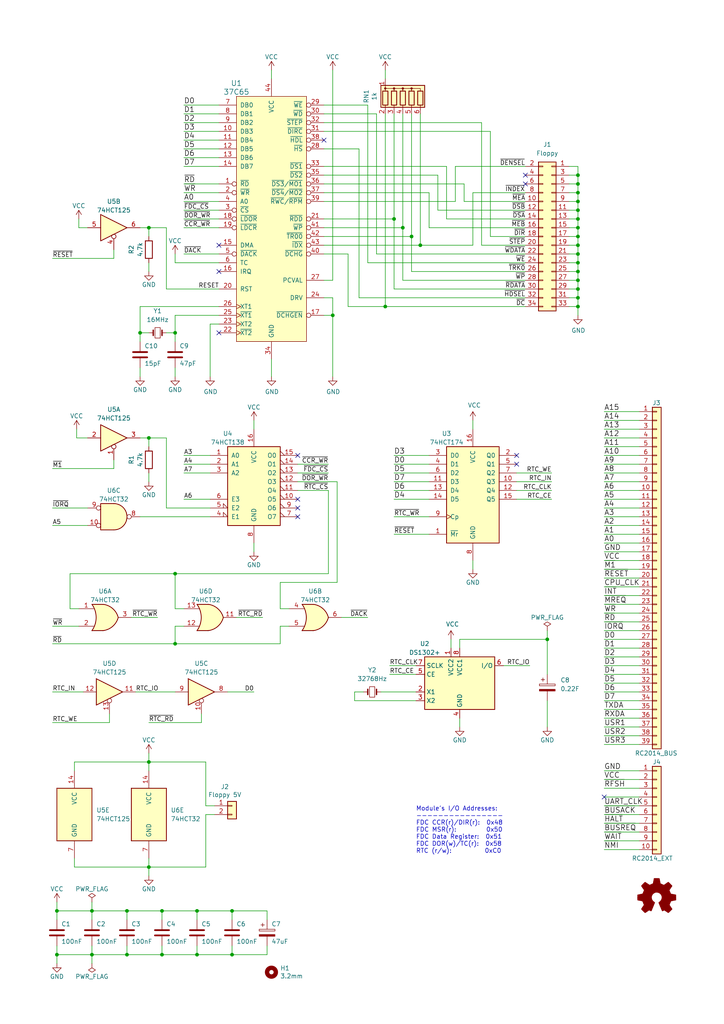
<source format=kicad_sch>
(kicad_sch (version 20211123) (generator eeschema)
  (paper "A4" portrait)
  (title_block (title "Flock: RC2014 Compatible FDC and RTC Module") (date "2022-04-29") (rev "1.0") (company "Designed by Sergey Kiselev") (comment 2 "Licensed under CERN-OHL-S: https://cern-ohl.web.cern.ch") (comment 3 "Documentation and design files: https://github.com/skiselev/Flock") (comment 4 "Flock is an open source hardware project"))
  (junction (at 43.18 251.46))
  (junction (at 167.64 63.5))
  (junction (at 167.64 68.58))
  (junction (at 167.64 66.04))
  (junction (at 36.83 276.86))
  (junction (at 167.64 76.2))
  (junction (at 167.64 60.96))
  (junction (at 67.31 264.16))
  (junction (at 116.84 66.04))
  (junction (at 50.8 96.52))
  (junction (at 40.64 96.52))
  (junction (at 167.64 73.66))
  (junction (at 16.51 264.16))
  (junction (at 158.75 185.42))
  (junction (at 167.64 88.9))
  (junction (at 167.64 78.74))
  (junction (at 119.38 68.58))
  (junction (at 46.99 264.16))
  (junction (at 167.64 55.88))
  (junction (at 121.92 71.12))
  (junction (at 26.67 276.86))
  (junction (at 26.67 264.16))
  (junction (at 46.99 276.86))
  (junction (at 36.83 264.16))
  (junction (at 57.15 276.86))
  (junction (at 167.64 71.12))
  (junction (at 114.3 63.5))
  (junction (at 167.64 86.36))
  (junction (at 111.76 88.9))
  (junction (at 167.64 58.42))
  (junction (at 167.64 81.28))
  (junction (at 50.8 166.37))
  (junction (at 67.31 276.86))
  (junction (at 167.64 53.34))
  (junction (at 167.64 83.82))
  (junction (at 43.18 127))
  (junction (at 167.64 50.8))
  (junction (at 43.18 220.98))
  (junction (at 96.52 91.44))
  (junction (at 16.51 276.86))
  (junction (at 57.15 264.16))
  (junction (at 43.18 66.04))
  (junction (at 50.8 186.69))
  (no_connect (at 63.5 71.12))
  (no_connect (at 63.5 78.74))
  (no_connect (at 93.98 40.64))
  (no_connect (at 149.86 134.62))
  (no_connect (at 149.86 132.08))
  (no_connect (at 152.4 50.8))
  (no_connect (at 152.4 53.34))
  (no_connect (at 86.36 132.08))
  (no_connect (at 86.36 144.78))
  (no_connect (at 86.36 149.86))
  (no_connect (at 63.5 96.52))
  (no_connect (at 175.26 231.14))
  (no_connect (at 86.36 147.32))
  (wire (pts (xy 130.81 187.96) (xy 130.81 185.42)))
  (wire (pts (xy 165.1 76.2) (xy 167.64 76.2)))
  (wire (pts (xy 93.98 50.8) (xy 127 50.8)))
  (wire (pts (xy 46.99 266.7) (xy 46.99 264.16)))
  (wire (pts (xy 48.26 83.82) (xy 63.5 83.82)))
  (wire (pts (xy 43.18 137.16) (xy 43.18 139.7)))
  (wire (pts (xy 40.64 88.9) (xy 40.64 96.52)))
  (wire (pts (xy 185.42 160.02) (xy 175.26 160.02)))
  (wire (pts (xy 81.28 176.53) (xy 81.28 168.91)))
  (wire (pts (xy 43.18 248.92) (xy 43.18 251.46)))
  (wire (pts (xy 185.42 226.06) (xy 175.26 226.06)))
  (wire (pts (xy 78.74 104.14) (xy 78.74 109.22)))
  (wire (pts (xy 165.1 86.36) (xy 167.64 86.36)))
  (wire (pts (xy 165.1 53.34) (xy 167.64 53.34)))
  (wire (pts (xy 57.15 264.16) (xy 67.31 264.16)))
  (wire (pts (xy 185.42 172.72) (xy 175.26 172.72)))
  (wire (pts (xy 185.42 132.08) (xy 175.26 132.08)))
  (wire (pts (xy 104.14 43.18) (xy 93.98 43.18)))
  (wire (pts (xy 81.28 168.91) (xy 97.79 168.91)))
  (wire (pts (xy 93.98 63.5) (xy 114.3 63.5)))
  (wire (pts (xy 99.06 179.07) (xy 106.68 179.07)))
  (wire (pts (xy 185.42 185.42) (xy 175.26 185.42)))
  (wire (pts (xy 67.31 276.86) (xy 77.47 276.86)))
  (wire (pts (xy 185.42 170.18) (xy 175.26 170.18)))
  (wire (pts (xy 53.34 132.08) (xy 60.96 132.08)))
  (wire (pts (xy 48.26 83.82) (xy 48.26 66.04)))
  (wire (pts (xy 185.42 119.38) (xy 175.26 119.38)))
  (wire (pts (xy 21.59 248.92) (xy 21.59 251.46)))
  (wire (pts (xy 53.34 60.96) (xy 63.5 60.96)))
  (wire (pts (xy 16.51 261.62) (xy 16.51 264.16)))
  (wire (pts (xy 165.1 60.96) (xy 167.64 60.96)))
  (wire (pts (xy 21.59 220.98) (xy 43.18 220.98)))
  (wire (pts (xy 96.52 86.36) (xy 96.52 91.44)))
  (wire (pts (xy 124.46 139.7) (xy 114.3 139.7)))
  (wire (pts (xy 185.42 236.22) (xy 175.26 236.22)))
  (wire (pts (xy 36.83 264.16) (xy 46.99 264.16)))
  (wire (pts (xy 48.26 127) (xy 43.18 127)))
  (wire (pts (xy 111.76 20.32) (xy 111.76 22.86)))
  (wire (pts (xy 93.98 68.58) (xy 119.38 68.58)))
  (wire (pts (xy 121.92 33.02) (xy 121.92 71.12)))
  (wire (pts (xy 185.42 187.96) (xy 175.26 187.96)))
  (wire (pts (xy 102.87 203.2) (xy 102.87 200.66)))
  (wire (pts (xy 167.64 55.88) (xy 167.64 58.42)))
  (wire (pts (xy 119.38 33.02) (xy 119.38 68.58)))
  (wire (pts (xy 124.46 55.88) (xy 124.46 66.04)))
  (wire (pts (xy 127 60.96) (xy 152.4 60.96)))
  (wire (pts (xy 185.42 142.24) (xy 175.26 142.24)))
  (wire (pts (xy 185.42 203.2) (xy 175.26 203.2)))
  (wire (pts (xy 57.15 266.7) (xy 57.15 264.16)))
  (wire (pts (xy 114.3 83.82) (xy 114.3 63.5)))
  (wire (pts (xy 134.62 58.42) (xy 152.4 58.42)))
  (wire (pts (xy 142.24 38.1) (xy 93.98 38.1)))
  (wire (pts (xy 67.31 264.16) (xy 77.47 264.16)))
  (wire (pts (xy 149.86 144.78) (xy 160.02 144.78)))
  (wire (pts (xy 16.51 264.16) (xy 16.51 266.7)))
  (wire (pts (xy 134.62 53.34) (xy 134.62 58.42)))
  (wire (pts (xy 38.1 179.07) (xy 45.72 179.07)))
  (wire (pts (xy 63.5 30.48) (xy 53.34 30.48)))
  (wire (pts (xy 57.15 274.32) (xy 57.15 276.86)))
  (wire (pts (xy 165.1 73.66) (xy 167.64 73.66)))
  (wire (pts (xy 43.18 220.98) (xy 43.18 223.52)))
  (wire (pts (xy 68.58 179.07) (xy 76.2 179.07)))
  (wire (pts (xy 185.42 121.92) (xy 175.26 121.92)))
  (wire (pts (xy 50.8 186.69) (xy 50.8 181.61)))
  (wire (pts (xy 20.32 176.53) (xy 20.32 166.37)))
  (wire (pts (xy 95.25 142.24) (xy 95.25 166.37)))
  (wire (pts (xy 167.64 50.8) (xy 167.64 53.34)))
  (wire (pts (xy 57.15 276.86) (xy 67.31 276.86)))
  (wire (pts (xy 124.46 144.78) (xy 114.3 144.78)))
  (wire (pts (xy 158.75 185.42) (xy 158.75 195.58)))
  (wire (pts (xy 60.96 93.98) (xy 60.96 109.22)))
  (wire (pts (xy 104.14 86.36) (xy 104.14 43.18)))
  (wire (pts (xy 158.75 182.88) (xy 158.75 185.42)))
  (wire (pts (xy 124.46 137.16) (xy 114.3 137.16)))
  (wire (pts (xy 93.98 86.36) (xy 96.52 86.36)))
  (wire (pts (xy 167.64 81.28) (xy 167.64 83.82)))
  (wire (pts (xy 67.31 266.7) (xy 67.31 264.16)))
  (wire (pts (xy 100.965 88.9) (xy 100.965 73.66)))
  (wire (pts (xy 96.52 91.44) (xy 96.52 109.22)))
  (wire (pts (xy 124.46 142.24) (xy 114.3 142.24)))
  (wire (pts (xy 185.42 167.64) (xy 175.26 167.64)))
  (wire (pts (xy 66.04 200.66) (xy 73.66 200.66)))
  (wire (pts (xy 25.4 127) (xy 22.225 127)))
  (wire (pts (xy 124.46 132.08) (xy 114.3 132.08)))
  (wire (pts (xy 109.22 73.66) (xy 152.4 73.66)))
  (wire (pts (xy 43.18 251.46) (xy 59.69 251.46)))
  (wire (pts (xy 119.38 68.58) (xy 119.38 78.74)))
  (wire (pts (xy 100.965 73.66) (xy 93.98 73.66)))
  (wire (pts (xy 185.42 228.6) (xy 175.26 228.6)))
  (wire (pts (xy 185.42 137.16) (xy 175.26 137.16)))
  (wire (pts (xy 185.42 190.5) (xy 175.26 190.5)))
  (wire (pts (xy 60.96 147.32) (xy 48.26 147.32)))
  (wire (pts (xy 53.34 144.78) (xy 60.96 144.78)))
  (wire (pts (xy 43.18 66.04) (xy 40.64 66.04)))
  (wire (pts (xy 63.5 48.26) (xy 53.34 48.26)))
  (wire (pts (xy 167.64 86.36) (xy 167.64 88.9)))
  (wire (pts (xy 21.59 251.46) (xy 43.18 251.46)))
  (wire (pts (xy 40.64 149.86) (xy 60.96 149.86)))
  (wire (pts (xy 132.08 48.26) (xy 152.4 48.26)))
  (wire (pts (xy 149.86 142.24) (xy 160.02 142.24)))
  (wire (pts (xy 167.64 48.26) (xy 167.64 50.8)))
  (wire (pts (xy 93.98 48.26) (xy 129.54 48.26)))
  (wire (pts (xy 16.51 264.16) (xy 26.67 264.16)))
  (wire (pts (xy 63.5 35.56) (xy 53.34 35.56)))
  (wire (pts (xy 129.54 63.5) (xy 152.4 63.5)))
  (wire (pts (xy 63.5 40.64) (xy 53.34 40.64)))
  (wire (pts (xy 167.64 71.12) (xy 167.64 73.66)))
  (wire (pts (xy 15.24 74.93) (xy 33.02 74.93)))
  (wire (pts (xy 167.64 83.82) (xy 167.64 86.36)))
  (wire (pts (xy 77.47 274.32) (xy 77.47 276.86)))
  (wire (pts (xy 106.68 30.48) (xy 106.68 76.2)))
  (wire (pts (xy 58.42 209.55) (xy 58.42 207.01)))
  (wire (pts (xy 86.36 142.24) (xy 95.25 142.24)))
  (wire (pts (xy 22.225 124.46) (xy 22.225 127)))
  (wire (pts (xy 16.51 276.86) (xy 26.67 276.86)))
  (wire (pts (xy 185.42 243.84) (xy 175.26 243.84)))
  (wire (pts (xy 81.28 181.61) (xy 81.28 186.69)))
  (wire (pts (xy 165.1 48.26) (xy 167.64 48.26)))
  (wire (pts (xy 93.98 55.88) (xy 124.46 55.88)))
  (wire (pts (xy 165.1 83.82) (xy 167.64 83.82)))
  (wire (pts (xy 149.86 139.7) (xy 160.02 139.7)))
  (wire (pts (xy 40.64 96.52) (xy 40.64 99.06)))
  (wire (pts (xy 22.86 176.53) (xy 20.32 176.53)))
  (wire (pts (xy 152.4 83.82) (xy 114.3 83.82)))
  (wire (pts (xy 63.5 88.9) (xy 40.64 88.9)))
  (wire (pts (xy 114.3 149.86) (xy 124.46 149.86)))
  (wire (pts (xy 63.5 45.72) (xy 53.34 45.72)))
  (wire (pts (xy 59.69 236.22) (xy 59.69 251.46)))
  (wire (pts (xy 96.52 20.32) (xy 96.52 81.28)))
  (wire (pts (xy 185.42 134.62) (xy 175.26 134.62)))
  (wire (pts (xy 36.83 264.16) (xy 36.83 266.7)))
  (wire (pts (xy 137.16 124.46) (xy 137.16 121.92)))
  (wire (pts (xy 165.1 68.58) (xy 167.64 68.58)))
  (wire (pts (xy 185.42 144.78) (xy 175.26 144.78)))
  (wire (pts (xy 63.5 93.98) (xy 60.96 93.98)))
  (wire (pts (xy 31.75 209.55) (xy 31.75 207.01)))
  (wire (pts (xy 43.18 127) (xy 40.64 127)))
  (wire (pts (xy 185.42 198.12) (xy 175.26 198.12)))
  (wire (pts (xy 83.82 176.53) (xy 81.28 176.53)))
  (wire (pts (xy 167.64 73.66) (xy 167.64 76.2)))
  (wire (pts (xy 185.42 149.86) (xy 175.26 149.86)))
  (wire (pts (xy 53.34 73.66) (xy 63.5 73.66)))
  (wire (pts (xy 43.18 251.46) (xy 43.18 254)))
  (wire (pts (xy 185.42 223.52) (xy 175.26 223.52)))
  (wire (pts (xy 167.64 58.42) (xy 167.64 60.96)))
  (wire (pts (xy 167.64 78.74) (xy 167.64 81.28)))
  (wire (pts (xy 102.87 200.66) (xy 105.41 200.66)))
  (wire (pts (xy 33.02 135.89) (xy 33.02 133.35)))
  (wire (pts (xy 93.98 33.02) (xy 109.22 33.02)))
  (wire (pts (xy 116.84 33.02) (xy 116.84 66.04)))
  (wire (pts (xy 185.42 177.8) (xy 175.26 177.8)))
  (wire (pts (xy 48.26 147.32) (xy 48.26 127)))
  (wire (pts (xy 149.86 137.16) (xy 160.02 137.16)))
  (wire (pts (xy 124.46 66.04) (xy 152.4 66.04)))
  (wire (pts (xy 26.67 276.86) (xy 26.67 279.4)))
  (wire (pts (xy 185.42 238.76) (xy 175.26 238.76)))
  (wire (pts (xy 15.24 135.89) (xy 33.02 135.89)))
  (wire (pts (xy 15.24 147.32) (xy 25.4 147.32)))
  (wire (pts (xy 15.24 200.66) (xy 24.13 200.66)))
  (wire (pts (xy 43.18 220.98) (xy 59.69 220.98)))
  (wire (pts (xy 185.42 210.82) (xy 175.26 210.82)))
  (wire (pts (xy 106.68 76.2) (xy 152.4 76.2)))
  (wire (pts (xy 43.18 209.55) (xy 58.42 209.55)))
  (wire (pts (xy 185.42 124.46) (xy 175.26 124.46)))
  (wire (pts (xy 111.76 88.9) (xy 100.965 88.9)))
  (wire (pts (xy 167.64 88.9) (xy 167.64 91.44)))
  (wire (pts (xy 36.83 276.86) (xy 46.99 276.86)))
  (wire (pts (xy 63.5 38.1) (xy 53.34 38.1)))
  (wire (pts (xy 53.34 137.16) (xy 60.96 137.16)))
  (wire (pts (xy 15.24 181.61) (xy 22.86 181.61)))
  (wire (pts (xy 63.5 53.34) (xy 53.34 53.34)))
  (wire (pts (xy 127 50.8) (xy 127 60.96)))
  (wire (pts (xy 77.47 266.7) (xy 77.47 264.16)))
  (wire (pts (xy 83.82 181.61) (xy 81.28 181.61)))
  (wire (pts (xy 15.24 186.69) (xy 50.8 186.69)))
  (wire (pts (xy 167.64 66.04) (xy 167.64 68.58)))
  (wire (pts (xy 86.36 137.16) (xy 95.25 137.16)))
  (wire (pts (xy 15.24 152.4) (xy 25.4 152.4)))
  (wire (pts (xy 185.42 200.66) (xy 175.26 200.66)))
  (wire (pts (xy 137.16 55.88) (xy 152.4 55.88)))
  (wire (pts (xy 114.3 63.5) (xy 114.3 33.02)))
  (wire (pts (xy 152.4 68.58) (xy 142.24 68.58)))
  (wire (pts (xy 165.1 50.8) (xy 167.64 50.8)))
  (wire (pts (xy 50.8 91.44) (xy 63.5 91.44)))
  (wire (pts (xy 21.59 223.52) (xy 21.59 220.98)))
  (wire (pts (xy 33.02 74.93) (xy 33.02 72.39)))
  (wire (pts (xy 50.8 166.37) (xy 95.25 166.37)))
  (wire (pts (xy 50.8 99.06) (xy 50.8 96.52)))
  (wire (pts (xy 20.32 166.37) (xy 50.8 166.37)))
  (wire (pts (xy 110.49 200.66) (xy 120.65 200.66)))
  (wire (pts (xy 53.34 176.53) (xy 50.8 176.53)))
  (wire (pts (xy 167.64 53.34) (xy 167.64 55.88)))
  (wire (pts (xy 185.42 233.68) (xy 175.26 233.68)))
  (wire (pts (xy 165.1 63.5) (xy 167.64 63.5)))
  (wire (pts (xy 133.35 210.82) (xy 133.35 208.28)))
  (wire (pts (xy 165.1 88.9) (xy 167.64 88.9)))
  (wire (pts (xy 86.36 139.7) (xy 97.79 139.7)))
  (wire (pts (xy 26.67 261.62) (xy 26.67 264.16)))
  (wire (pts (xy 158.75 210.82) (xy 158.75 203.2)))
  (wire (pts (xy 93.98 58.42) (xy 132.08 58.42)))
  (wire (pts (xy 165.1 58.42) (xy 167.64 58.42)))
  (wire (pts (xy 116.84 81.28) (xy 152.4 81.28)))
  (wire (pts (xy 116.84 66.04) (xy 116.84 81.28)))
  (wire (pts (xy 165.1 71.12) (xy 167.64 71.12)))
  (wire (pts (xy 93.98 66.04) (xy 116.84 66.04)))
  (wire (pts (xy 137.16 71.12) (xy 137.16 55.88)))
  (wire (pts (xy 25.4 66.04) (xy 22.86 66.04)))
  (wire (pts (xy 152.4 86.36) (xy 104.14 86.36)))
  (wire (pts (xy 39.37 200.66) (xy 50.8 200.66)))
  (wire (pts (xy 111.76 88.9) (xy 152.4 88.9)))
  (wire (pts (xy 185.42 147.32) (xy 175.26 147.32)))
  (wire (pts (xy 185.42 193.04) (xy 175.26 193.04)))
  (wire (pts (xy 50.8 106.68) (xy 50.8 109.22)))
  (wire (pts (xy 63.5 55.88) (xy 53.34 55.88)))
  (wire (pts (xy 185.42 157.48) (xy 175.26 157.48)))
  (wire (pts (xy 114.3 154.94) (xy 124.46 154.94)))
  (wire (pts (xy 185.42 165.1) (xy 175.26 165.1)))
  (wire (pts (xy 102.87 203.2) (xy 120.65 203.2)))
  (wire (pts (xy 43.18 66.04) (xy 43.18 68.58)))
  (wire (pts (xy 133.35 185.42) (xy 158.75 185.42)))
  (wire (pts (xy 36.83 274.32) (xy 36.83 276.86)))
  (wire (pts (xy 16.51 274.32) (xy 16.51 276.86)))
  (wire (pts (xy 46.99 264.16) (xy 57.15 264.16)))
  (wire (pts (xy 113.03 195.58) (xy 120.65 195.58)))
  (wire (pts (xy 40.64 106.68) (xy 40.64 109.22)))
  (wire (pts (xy 185.42 215.9) (xy 175.26 215.9)))
  (wire (pts (xy 185.42 162.56) (xy 175.26 162.56)))
  (wire (pts (xy 165.1 66.04) (xy 167.64 66.04)))
  (wire (pts (xy 26.67 264.16) (xy 36.83 264.16)))
  (wire (pts (xy 93.98 71.12) (xy 121.92 71.12)))
  (wire (pts (xy 185.42 241.3) (xy 175.26 241.3)))
  (wire (pts (xy 113.03 193.04) (xy 120.65 193.04)))
  (wire (pts (xy 137.16 165.1) (xy 137.16 162.56)))
  (wire (pts (xy 185.42 152.4) (xy 175.26 152.4)))
  (wire (pts (xy 50.8 166.37) (xy 50.8 176.53)))
  (wire (pts (xy 62.23 233.68) (xy 59.69 233.68)))
  (wire (pts (xy 167.64 68.58) (xy 167.64 71.12)))
  (wire (pts (xy 46.99 276.86) (xy 57.15 276.86)))
  (wire (pts (xy 185.42 195.58) (xy 175.26 195.58)))
  (wire (pts (xy 40.64 96.52) (xy 43.18 96.52)))
  (wire (pts (xy 16.51 276.86) (xy 16.51 279.4)))
  (wire (pts (xy 139.7 71.12) (xy 139.7 35.56)))
  (wire (pts (xy 50.8 73.66) (xy 50.8 76.2)))
  (wire (pts (xy 63.5 58.42) (xy 53.34 58.42)))
  (wire (pts (xy 93.98 53.34) (xy 134.62 53.34)))
  (wire (pts (xy 53.34 134.62) (xy 60.96 134.62)))
  (wire (pts (xy 146.05 193.04) (xy 153.67 193.04)))
  (wire (pts (xy 185.42 208.28) (xy 175.26 208.28)))
  (wire (pts (xy 185.42 182.88) (xy 175.26 182.88)))
  (wire (pts (xy 93.98 30.48) (xy 106.68 30.48)))
  (wire (pts (xy 63.5 43.18) (xy 53.34 43.18)))
  (wire (pts (xy 59.69 233.68) (xy 59.69 220.98)))
  (wire (pts (xy 129.54 48.26) (xy 129.54 63.5)))
  (wire (pts (xy 111.76 33.02) (xy 111.76 88.9)))
  (wire (pts (xy 167.64 60.96) (xy 167.64 63.5)))
  (wire (pts (xy 26.67 276.86) (xy 36.83 276.86)))
  (wire (pts (xy 165.1 55.88) (xy 167.64 55.88)))
  (wire (pts (xy 93.98 91.44) (xy 96.52 91.44)))
  (wire (pts (xy 132.08 58.42) (xy 132.08 48.26)))
  (wire (pts (xy 22.86 63.5) (xy 22.86 66.04)))
  (wire (pts (xy 109.22 73.66) (xy 109.22 33.02)))
  (wire (pts (xy 165.1 81.28) (xy 167.64 81.28)))
  (wire (pts (xy 78.74 20.32) (xy 78.74 22.86)))
  (wire (pts (xy 43.18 127) (xy 43.18 129.54)))
  (wire (pts (xy 185.42 175.26) (xy 175.26 175.26)))
  (wire (pts (xy 43.18 76.2) (xy 43.18 78.74)))
  (wire (pts (xy 152.4 71.12) (xy 139.7 71.12)))
  (wire (pts (xy 50.8 96.52) (xy 50.8 91.44)))
  (wire (pts (xy 43.18 218.44) (xy 43.18 220.98)))
  (wire (pts (xy 63.5 33.02) (xy 53.34 33.02)))
  (wire (pts (xy 53.34 66.04) (xy 63.5 66.04)))
  (wire (pts (xy 142.24 68.58) (xy 142.24 38.1)))
  (wire (pts (xy 185.42 139.7) (xy 175.26 139.7)))
  (wire (pts (xy 185.42 213.36) (xy 175.26 213.36)))
  (wire (pts (xy 185.42 231.14) (xy 175.26 231.14)))
  (wire (pts (xy 124.46 134.62) (xy 114.3 134.62)))
  (wire (pts (xy 167.64 63.5) (xy 167.64 66.04)))
  (wire (pts (xy 185.42 180.34) (xy 175.26 180.34)))
  (wire (pts (xy 15.24 209.55) (xy 31.75 209.55)))
  (wire (pts (xy 62.23 236.22) (xy 59.69 236.22)))
  (wire (pts (xy 152.4 78.74) (xy 119.38 78.74)))
  (wire (pts (xy 48.26 66.04) (xy 43.18 66.04)))
  (wire (pts (xy 86.36 134.62) (xy 95.25 134.62)))
  (wire (pts (xy 167.64 76.2) (xy 167.64 78.74)))
  (wire (pts (xy 165.1 78.74) (xy 167.64 78.74)))
  (wire (pts (xy 185.42 246.38) (xy 175.26 246.38)))
  (wire (pts (xy 48.26 96.52) (xy 50.8 96.52)))
  (wire (pts (xy 26.67 274.32) (xy 26.67 276.86)))
  (wire (pts (xy 73.66 124.46) (xy 73.66 121.92)))
  (wire (pts (xy 121.92 71.12) (xy 137.16 71.12)))
  (wire (pts (xy 46.99 274.32) (xy 46.99 276.86)))
  (wire (pts (xy 93.98 81.28) (xy 96.52 81.28)))
  (wire (pts (xy 139.7 35.56) (xy 93.98 35.56)))
  (wire (pts (xy 53.34 63.5) (xy 63.5 63.5)))
  (wire (pts (xy 185.42 127) (xy 175.26 127)))
  (wire (pts (xy 26.67 266.7) (xy 26.67 264.16)))
  (wire (pts (xy 63.5 76.2) (xy 50.8 76.2)))
  (wire (pts (xy 81.28 186.69) (xy 50.8 186.69)))
  (wire (pts (xy 133.35 187.96) (xy 133.35 185.42)))
  (wire (pts (xy 67.31 274.32) (xy 67.31 276.86)))
  (wire (pts (xy 185.42 129.54) (xy 175.26 129.54)))
  (wire (pts (xy 185.42 154.94) (xy 175.26 154.94)))
  (wire (pts (xy 97.79 168.91) (xy 97.79 139.7)))
  (wire (pts (xy 50.8 181.61) (xy 53.34 181.61)))
  (wire (pts (xy 73.66 160.02) (xy 73.66 157.48)))
  (wire (pts (xy 185.42 205.74) (xy 175.26 205.74)))
  (text "Module's I/O Addresses:\n----------------\nFDC CCR(r)/DIR(r):  0x48\nFDC MSR(r):         0x50\nFDC Data Register:  0x51\nFDC DOR(w)/TC(r):  0x58\nRTC (r/w):          0xC0" (at 120.65 247.65 0) (effects (font (size 1.27 1.27)) (justify left bottom)))
  (label "A3" (at 175.26 149.86 0) (effects (font (size 1.524 1.524))))
  (label "~{RESET}" (at 175.26 167.64 0) (effects (font (size 1.524 1.524))))
  (label "D5" (at 114.3 137.16 0) (effects (font (size 1.524 1.524))))
  (label "D1" (at 175.26 187.96 0) (effects (font (size 1.524 1.524))))
  (label "CPU_CLK" (at 175.26 170.18 0) (effects (font (size 1.524 1.524))))
  (label "~{M1}" (at 15.24 135.89 0))
  (label "D3" (at 114.3 132.08 0) (effects (font (size 1.524 1.524))))
  (label "RTC_CE" (at 113.03 195.58 0))
  (label "D3" (at 53.34 38.1 0) (effects (font (size 1.524 1.524))))
  (label "~{WR}" (at 15.24 181.61 0))
  (label "A6" (at 175.26 142.24 0) (effects (font (size 1.524 1.524))))
  (label "D0" (at 73.66 200.66 180))
  (label "~{WE}" (at 152.4 76.2 180))
  (label "UART_CLK" (at 175.26 233.68 0) (effects (font (size 1.524 1.524))))
  (label "~{RTC_RD}" (at 43.18 209.55 0))
  (label "A7" (at 175.26 139.7 0) (effects (font (size 1.524 1.524))))
  (label "~{IORQ}" (at 15.24 147.32 0))
  (label "~{HALT}" (at 175.26 238.76 0) (effects (font (size 1.524 1.524))))
  (label "RTC_CLK" (at 113.03 193.04 0))
  (label "D5" (at 175.26 198.12 0) (effects (font (size 1.524 1.524))))
  (label "~{DENSEL}" (at 152.3277 48.26 180))
  (label "D0" (at 114.3 134.62 0) (effects (font (size 1.524 1.524))))
  (label "D4" (at 114.3 144.78 0) (effects (font (size 1.524 1.524))))
  (label "~{CCR_WR}" (at 95.25 134.62 180))
  (label "A4" (at 53.34 134.62 0))
  (label "VCC" (at 175.26 162.56 0) (effects (font (size 1.524 1.524))))
  (label "~{IORQ}" (at 175.26 182.88 0) (effects (font (size 1.524 1.524))))
  (label "~{WR}" (at 175.26 177.8 0) (effects (font (size 1.524 1.524))))
  (label "A1" (at 175.26 154.94 0) (effects (font (size 1.524 1.524))))
  (label "A5" (at 175.26 144.78 0) (effects (font (size 1.524 1.524))))
  (label "~{DSA}" (at 152.4 63.5 180))
  (label "D7" (at 114.3 139.7 0) (effects (font (size 1.524 1.524))))
  (label "~{RESET}" (at 15.24 74.93 0))
  (label "RTC_IN" (at 160.02 139.7 180))
  (label "~{DOR_WR}" (at 53.34 63.5 0))
  (label "~{RDATA}" (at 152.4 83.82 180))
  (label "~{NMI}" (at 175.26 246.38 0) (effects (font (size 1.524 1.524))))
  (label "USR3" (at 175.26 215.9 0) (effects (font (size 1.524 1.524))))
  (label "~{STEP}" (at 152.4 71.12 180))
  (label "A8" (at 175.26 137.16 0) (effects (font (size 1.524 1.524))))
  (label "USR2" (at 175.26 213.36 0) (effects (font (size 1.524 1.524))))
  (label "RTC_IN" (at 15.24 200.66 0))
  (label "RTC_IO" (at 153.67 193.04 180))
  (label "D7" (at 53.34 48.26 0) (effects (font (size 1.524 1.524))))
  (label "VCC" (at 175.26 226.06 0) (effects (font (size 1.524 1.524))))
  (label "~{DC}" (at 152.4 88.9 180))
  (label "D0" (at 53.34 30.48 0) (effects (font (size 1.524 1.524))))
  (label "~{WAIT}" (at 175.26 243.84 0) (effects (font (size 1.524 1.524))))
  (label "D5" (at 53.34 43.18 0) (effects (font (size 1.524 1.524))))
  (label "~{WP}" (at 152.4 81.28 180))
  (label "~{RD}" (at 15.24 186.69 0))
  (label "A13" (at 175.26 124.46 0) (effects (font (size 1.524 1.524))))
  (label "~{RFSH}" (at 175.26 228.6 0) (effects (font (size 1.524 1.524))))
  (label "RTC_IO" (at 39.37 200.66 0))
  (label "A12" (at 175.26 127 0) (effects (font (size 1.524 1.524))))
  (label "~{DOR_WR}" (at 95.25 139.7 180))
  (label "D3" (at 175.26 193.04 0) (effects (font (size 1.524 1.524))))
  (label "A2" (at 175.26 152.4 0) (effects (font (size 1.524 1.524))))
  (label "D0" (at 175.26 185.42 0) (effects (font (size 1.524 1.524))))
  (label "GND" (at 175.26 223.52 0) (effects (font (size 1.524 1.524))))
  (label "RESET" (at 63.5 83.82 180))
  (label "RTC_WE" (at 15.24 209.55 0))
  (label "A0" (at 53.34 58.42 0) (effects (font (size 1.524 1.524))))
  (label "D2" (at 53.34 35.56 0) (effects (font (size 1.524 1.524))))
  (label "~{CCR_WR}" (at 53.34 66.04 0))
  (label "~{BUSACK}" (at 175.26 236.22 0) (effects (font (size 1.524 1.524))))
  (label "~{RTC_WR}" (at 45.72 179.07 180))
  (label "~{MREQ}" (at 175.26 175.26 0) (effects (font (size 1.524 1.524))))
  (label "~{FDC_CS}" (at 53.34 60.96 0))
  (label "RTC_CLK" (at 160.02 142.24 180))
  (label "RXDA" (at 175.26 208.28 0) (effects (font (size 1.524 1.524))))
  (label "A6" (at 53.34 144.78 0))
  (label "~{TRK0}" (at 152.4 78.74 180))
  (label "A9" (at 175.26 134.62 0) (effects (font (size 1.524 1.524))))
  (label "A10" (at 175.26 132.08 0) (effects (font (size 1.524 1.524))))
  (label "~{RESET}" (at 114.3 154.94 0))
  (label "D6" (at 114.3 142.24 0) (effects (font (size 1.524 1.524))))
  (label "A15" (at 175.26 119.38 0) (effects (font (size 1.524 1.524))))
  (label "~{MEA}" (at 152.4 58.42 180))
  (label "~{BUSREQ}" (at 175.26 241.3 0) (effects (font (size 1.524 1.524))))
  (label "TXDA" (at 175.26 205.74 0) (effects (font (size 1.524 1.524))))
  (label "D1" (at 53.34 33.02 0) (effects (font (size 1.524 1.524))))
  (label "D6" (at 175.26 200.66 0) (effects (font (size 1.524 1.524))))
  (label "A3" (at 53.34 132.08 0))
  (label "RTC_CE" (at 160.02 144.78 180))
  (label "~{FDC_CS}" (at 95.25 137.16 180))
  (label "~{DIR}" (at 152.4 68.58 180))
  (label "~{RD}" (at 175.26 180.34 0) (effects (font (size 1.524 1.524))))
  (label "A0" (at 175.26 157.48 0) (effects (font (size 1.524 1.524))))
  (label "RTC_WE" (at 160.02 137.16 180))
  (label "GND" (at 175.26 160.02 0) (effects (font (size 1.524 1.524))))
  (label "D6" (at 53.34 45.72 0) (effects (font (size 1.524 1.524))))
  (label "D7" (at 175.26 203.2 0) (effects (font (size 1.524 1.524))))
  (label "~{DACK}" (at 106.68 179.07 180))
  (label "D4" (at 53.34 40.64 0) (effects (font (size 1.524 1.524))))
  (label "A5" (at 15.24 152.4 0))
  (label "~{RTC_CS}" (at 95.25 142.24 180))
  (label "~{RD}" (at 53.34 53.34 0) (effects (font (size 1.524 1.524))))
  (label "~{HDSEL}" (at 152.4 86.36 180))
  (label "~{WR}" (at 53.34 55.88 0) (effects (font (size 1.524 1.524))))
  (label "A11" (at 175.26 129.54 0) (effects (font (size 1.524 1.524))))
  (label "~{M1}" (at 175.26 165.1 0) (effects (font (size 1.524 1.524))))
  (label "USR1" (at 175.26 210.82 0) (effects (font (size 1.524 1.524))))
  (label "~{INT}" (at 175.26 172.72 0) (effects (font (size 1.524 1.524))))
  (label "~{RTC_WR}" (at 114.3 149.86 0))
  (label "A14" (at 175.26 121.92 0) (effects (font (size 1.524 1.524))))
  (label "~{DACK}" (at 53.34 73.66 0))
  (label "~{DSB}" (at 152.4 60.96 180))
  (label "~{MEB}" (at 152.4 66.04 180))
  (label "~{RTC_RD}" (at 76.2 179.07 180))
  (label "~{WDATA}" (at 152.4 73.66 180))
  (label "D2" (at 175.26 190.5 0) (effects (font (size 1.524 1.524))))
  (label "D4" (at 175.26 195.58 0) (effects (font (size 1.524 1.524))))
  (label "A7" (at 53.34 137.16 0))
  (label "~{INDEX}" (at 152.2743 55.88 180))
  (label "A4" (at 175.26 147.32 0) (effects (font (size 1.524 1.524))))
  (symbol (lib_id "Connector_Generic:Conn_01x10") (at 190.5 233.68 0) (unit 1)
    (property "Reference" "J4" (at 190.5 220.98 0))
    (property "Value" "RC2014_EXT" (at 189.23 248.92 0))
    (property "Footprint" "My_Components:Conn_Pin_Header_10x1_2.54mm_Right_Angle" (effects hide))
  )
  (symbol (lib_id "Device:C") (at 16.51 270.51 0) (unit 1)
    (property "Reference" "C1" (at 17.78 267.97 0) (effects (justify left)))
    (property "Value" "100nF" (at 17.78 273.05 0) (effects (justify left)))
    (property "Footprint" "My_Components:Cap_Cer_508" (effects hide))
  )
  (symbol (lib_id "Device:C") (at 26.67 270.51 0) (unit 1)
    (property "Reference" "C2" (at 27.94 267.97 0) (effects (justify left)))
    (property "Value" "100nF" (at 27.94 273.05 0) (effects (justify left)))
    (property "Footprint" "My_Components:Cap_Cer_508" (effects hide))
  )
  (symbol (lib_id "Device:C") (at 67.31 270.51 0) (unit 1)
    (property "Reference" "C6" (at 68.58 267.97 0) (effects (justify left)))
    (property "Value" "100nF" (at 68.58 273.05 0) (effects (justify left)))
    (property "Footprint" "My_Components:Cap_Cer_508" (effects hide))
  )
  (symbol (lib_id "power:GND") (at 16.51 279.4 0) (unit 1)
    (property "Reference" "#PWR019" (effects hide))
    (property "Value" "GND" (at 16.51 283.21 0))
  )
  (symbol (lib_id "power:VCC") (at 111.76 20.32 0) (mirror y) (unit 1)
    (property "Reference" "#PWR028" (effects hide))
    (property "Value" "VCC" (at 111.76 16.51 0))
  )
  (symbol (lib_id "Graphic:Logo_Open_Hardware_Small") (at 190.5 260.35 0) (unit 1)
    (property "Reference" "LOGO1" (effects hide))
    (property "Value" "Logo_Open_Hardware_Small" (effects hide))
    (property "Footprint" "Symbol:OSHW-Logo_5.7x6mm_SilkScreen" (effects hide))
  )
  (symbol (lib_id "Device:C") (at 40.64 102.87 0) (unit 1)
    (property "Reference" "C10" (at 41.91 100.33 0) (effects (justify left)))
    (property "Value" "15pF" (at 41.91 105.41 0) (effects (justify left)))
    (property "Footprint" "My_Components:Cap_Cer_508" (effects hide))
  )
  (symbol (lib_id "power:PWR_FLAG") (at 26.67 261.62 0) (unit 1)
    (property "Reference" "#FLG0102" (effects hide))
    (property "Value" "PWR_FLAG" (at 26.67 257.81 0))
  )
  (symbol (lib_id "power:PWR_FLAG") (at 26.67 279.4 180) (unit 1)
    (property "Reference" "#FLG0103" (effects hide))
    (property "Value" "PWR_FLAG" (at 26.67 283.21 0))
  )
  (symbol (lib_id "Connector_Generic:Conn_01x39") (at 190.5 167.64 0) (unit 1)
    (property "Reference" "J3" (at 189.23 116.84 0) (effects (justify left)))
    (property "Value" "RC2014_BUS" (at 184.15 218.44 0) (effects (justify left)))
    (property "Footprint" "My_Components:Conn_Pin_Header_39x1_2.54mm_Right_Angle" (effects hide))
  )
  (symbol (lib_id "Device:C") (at 46.99 270.51 0) (unit 1)
    (property "Reference" "C4" (at 48.26 267.97 0) (effects (justify left)))
    (property "Value" "100nF" (at 48.26 273.05 0) (effects (justify left)))
    (property "Footprint" "My_Components:Cap_Cer_508" (effects hide))
  )
  (symbol (lib_id "Device:C") (at 57.15 270.51 0) (unit 1)
    (property "Reference" "C5" (at 58.42 267.97 0) (effects (justify left)))
    (property "Value" "100nF" (at 58.42 273.05 0) (effects (justify left)))
    (property "Footprint" "My_Components:Cap_Cer_508" (effects hide))
  )
  (symbol (lib_id "Connector_Generic:Conn_01x02") (at 67.31 233.68 0) (unit 1)
    (property "Reference" "J2" (at 65.2272 228.1682 0))
    (property "Value" "Floppy 5V" (at 65.2272 230.4796 0))
    (property "Footprint" "My_Components:Conn_TE_2-644488-2_2P_2.54mm" (effects hide))
  )
  (symbol (lib_id "power:GND") (at 40.64 109.22 0) (unit 1)
    (property "Reference" "#PWR0103" (effects hide))
    (property "Value" "GND" (at 40.64 113.03 0))
  )
  (symbol (lib_id "Device:C_Polarized") (at 77.47 270.51 0) (unit 1)
    (property "Reference" "C7" (at 78.74 267.97 0) (effects (justify left)))
    (property "Value" "47uF" (at 78.74 273.05 0) (effects (justify left)))
    (property "Footprint" "My_Components:Cap_Elec_Radial_6.3mm" (effects hide))
  )
  (symbol (lib_id "power:GND") (at 78.74 109.22 0) (unit 1)
    (property "Reference" "#PWR0114" (effects hide))
    (property "Value" "GND" (at 78.867 113.6142 0))
  )
  (symbol (lib_id "power:VCC") (at 78.74 20.32 0) (unit 1)
    (property "Reference" "#PWR0115" (effects hide))
    (property "Value" "VCC" (at 78.74 16.51 0))
  )
  (symbol (lib_id "Device:C") (at 36.83 270.51 0) (mirror x) (unit 1)
    (property "Reference" "C3" (at 38.1 267.97 0) (effects (justify left)))
    (property "Value" "100nF" (at 38.1 273.05 0) (effects (justify left)))
    (property "Footprint" "My_Components:Cap_Cer_508" (effects hide))
  )
  (symbol (lib_id "power:VCC") (at 16.51 261.62 0) (unit 1)
    (property "Reference" "#PWR0125" (effects hide))
    (property "Value" "VCC" (at 16.51 257.81 0))
  )
  (symbol (lib_id "Mechanical:MountingHole") (at 78.74 281.94 0) (unit 1)
    (property "Reference" "H1" (at 81.28 280.7716 0) (effects (justify left)))
    (property "Value" "3.2mm" (at 81.28 283.083 0) (effects (justify left)))
    (property "Footprint" "MountingHole:MountingHole_3.2mm_M3_DIN965" (effects hide))
  )
  (symbol (lib_id "74xx:74LS125") (at 33.02 66.04 0) (unit 2)
    (property "Reference" "U5" (at 33.02 58.42 0))
    (property "Value" "74HCT125" (at 33.02 60.96 0))
    (property "Footprint" "My_Components:IC_DIP14_300" (effects hide))
    (property "Datasheet" "http://www.ti.com/lit/gpn/sn74LS125" (effects hide))
  )
  (symbol (lib_id "74xx:74LS125") (at 21.59 236.22 0) (unit 5)
    (property "Reference" "U5" (at 27.94 234.95 0) (effects (justify left)))
    (property "Value" "74HCT125" (at 27.94 237.49 0) (effects (justify left)))
    (property "Footprint" "My_Components:IC_DIP14_300" (effects hide))
    (property "Datasheet" "http://www.ti.com/lit/gpn/sn74LS125" (effects hide))
  )
  (symbol (lib_id "power:GND") (at 43.18 78.74 0) (unit 1)
    (property "Reference" "#PWR0102" (effects hide))
    (property "Value" "GND" (at 43.18 82.55 0))
  )
  (symbol (lib_id "power:GND") (at 60.96 109.22 0) (unit 1)
    (property "Reference" "#PWR0106" (effects hide))
    (property "Value" "GND" (at 61.087 113.6142 0))
  )
  (symbol (lib_id "Device:C_Polarized") (at 158.75 199.39 0) (unit 1)
    (property "Reference" "C8" (at 162.56 197.2309 0) (effects (justify left)))
    (property "Value" "0.22F" (at 162.56 199.7709 0) (effects (justify left)))
    (property "Footprint" "My_Components:Cap_Super_Radial_13.5mm" (effects hide))
  )
  (symbol (lib_id "power:GND") (at 158.75 210.82 0) (unit 1)
    (property "Reference" "#PWR0113" (effects hide))
    (property "Value" "GND" (at 158.75 214.63 0))
  )
  (symbol (lib_id "Device:R") (at 43.18 133.35 180) (unit 1)
    (property "Reference" "R1" (at 38.1 133.35 90))
    (property "Value" "4.7k" (at 40.64 133.35 90))
    (property "Footprint" "My_Components:Res_762" (effects hide))
  )
  (symbol (lib_id "Device:R") (at 43.18 72.39 180) (unit 1)
    (property "Reference" "R2" (at 38.1 72.39 90))
    (property "Value" "4.7k" (at 40.64 72.39 90))
    (property "Footprint" "My_Components:Res_762" (effects hide))
  )
  (symbol (lib_id "power:VCC") (at 137.16 121.92 0) (unit 1)
    (property "Reference" "#PWR0116" (effects hide))
    (property "Value" "VCC" (at 137.5918 117.5258 0))
  )
  (symbol (lib_id "power:VCC") (at 96.52 20.32 0) (mirror y) (unit 1)
    (property "Reference" "#PWR0108" (effects hide))
    (property "Value" "VCC" (at 96.52 16.51 0))
  )
  (symbol (lib_id "Device:R_Network05") (at 116.84 27.94 0) (unit 1)
    (property "Reference" "RN1" (at 106.2482 27.94 90))
    (property "Value" "1k" (at 108.5596 27.94 90))
    (property "Footprint" "My_Components:Conn_SIL6" (effects hide))
    (property "Datasheet" "http://www.vishay.com/docs/31509/csc.pdf" (effects hide))
  )
  (symbol (lib_id "power:VCC") (at 130.81 185.42 0) (unit 1)
    (property "Reference" "#PWR0111" (effects hide))
    (property "Value" "VCC" (at 131.2418 181.0258 0))
  )
  (symbol (lib_id "74xx:74LS32") (at 30.48 179.07 0) (unit 1)
    (property "Reference" "U6" (at 30.48 171.45 0))
    (property "Value" "74HCT32" (at 30.48 173.99 0))
    (property "Footprint" "My_Components:IC_DIP14_300" (effects hide))
    (property "Datasheet" "http://www.ti.com/lit/gpn/sn74LS32" (effects hide))
  )
  (symbol (lib_id "Connector_Generic:Conn_02x17_Odd_Even") (at 160.02 68.58 0) (mirror y) (unit 1)
    (property "Reference" "J1" (at 158.75 41.91 0))
    (property "Value" "Floppy" (at 158.75 44.45 0))
    (property "Footprint" "My_Components:Conn_Pin_Header_17x2_2.54mm_Shrouded" (effects hide))
  )
  (symbol (lib_id "74xx:74LS32") (at 43.18 236.22 0) (unit 5)
    (property "Reference" "U6" (at 49.53 234.95 0) (effects (justify left)))
    (property "Value" "74HCT32" (at 49.53 237.49 0) (effects (justify left)))
    (property "Footprint" "My_Components:IC_DIP14_300" (effects hide))
    (property "Datasheet" "http://www.ti.com/lit/gpn/sn74LS32" (effects hide))
  )
  (symbol (lib_id "74xx:74LS125") (at 33.02 127 0) (unit 1)
    (property "Reference" "U5" (at 33.02 118.745 0))
    (property "Value" "74HCT125" (at 33.02 121.285 0))
    (property "Footprint" "My_Components:IC_DIP14_300" (effects hide))
    (property "Datasheet" "http://www.ti.com/lit/gpn/sn74LS125" (effects hide))
  )
  (symbol (lib_id "power:GND") (at 96.52 109.22 0) (unit 1)
    (property "Reference" "#PWR0105" (effects hide))
    (property "Value" "GND" (at 96.647 113.6142 0))
  )
  (symbol (lib_id "power:VCC") (at 50.8 73.66 0) (unit 1)
    (property "Reference" "#PWR0104" (effects hide))
    (property "Value" "VCC" (at 50.8 69.85 0))
  )
  (symbol (lib_id "Device:Crystal_Small") (at 45.72 96.52 0) (unit 1)
    (property "Reference" "Y1" (at 45.72 90.17 0))
    (property "Value" "16MHz" (at 45.72 92.71 0))
    (property "Footprint" "My_Components:Crystal_HC-49U_Vert" (effects hide))
  )
  (symbol (lib_id "74xx:74LS138") (at 73.66 139.7 0) (unit 1)
    (property "Reference" "U4" (at 66.04 125.73 0))
    (property "Value" "74HCT138" (at 66.04 128.27 0))
    (property "Footprint" "My_Components:IC_DIP16_300" (effects hide))
    (property "Datasheet" "http://www.ti.com/lit/gpn/sn74LS138" (effects hide))
  )
  (symbol (lib_id "74xx:74LS32") (at 33.02 149.86 0) (unit 3) (convert 2)
    (property "Reference" "U6" (at 33.02 142.24 0))
    (property "Value" "74HCT32" (at 33.02 144.78 0))
    (property "Footprint" "My_Components:IC_DIP14_300" (effects hide))
    (property "Datasheet" "http://www.ti.com/lit/gpn/sn74LS32" (effects hide))
  )
  (symbol (lib_id "74xx:74LS125") (at 58.42 200.66 0) (unit 3)
    (property "Reference" "U5" (at 58.42 192.405 0))
    (property "Value" "74HCT125" (at 58.42 194.945 0))
    (property "Footprint" "My_Components:IC_DIP14_300" (effects hide))
    (property "Datasheet" "http://www.ti.com/lit/gpn/sn74LS125" (effects hide))
  )
  (symbol (lib_id "74xx:74LS32") (at 91.44 179.07 0) (unit 2)
    (property "Reference" "U6" (at 91.44 171.45 0))
    (property "Value" "74HCT32" (at 91.44 173.99 0))
    (property "Footprint" "My_Components:IC_DIP14_300" (effects hide))
    (property "Datasheet" "http://www.ti.com/lit/gpn/sn74LS32" (effects hide))
  )
  (symbol (lib_id "power:GND") (at 133.35 210.82 0) (unit 1)
    (property "Reference" "#PWR0110" (effects hide))
    (property "Value" "GND" (at 133.35 214.63 0))
  )
  (symbol (lib_id "power:GND") (at 43.18 254 0) (unit 1)
    (property "Reference" "#PWR0119" (effects hide))
    (property "Value" "GND" (at 43.18 257.81 0))
  )
  (symbol (lib_id "power:VCC") (at 43.18 218.44 0) (unit 1)
    (property "Reference" "#PWR0120" (effects hide))
    (property "Value" "VCC" (at 43.18 214.63 0))
  )
  (symbol (lib_id "74xx:74LS125") (at 31.75 200.66 0) (unit 4)
    (property "Reference" "U5" (at 31.75 192.405 0))
    (property "Value" "74HCT125" (at 31.75 194.945 0))
    (property "Footprint" "My_Components:IC_DIP14_300" (effects hide))
    (property "Datasheet" "http://www.ti.com/lit/gpn/sn74LS125" (effects hide))
  )
  (symbol (lib_id "power:GND") (at 50.8 109.22 0) (unit 1)
    (property "Reference" "#PWR0121" (effects hide))
    (property "Value" "GND" (at 50.8 113.03 0))
  )
  (symbol (lib_id "power:GND") (at 167.64 91.44 0) (unit 1)
    (property "Reference" "#PWR0107" (effects hide))
    (property "Value" "GND" (at 167.767 95.8342 0))
  )
  (symbol (lib_id "power:PWR_FLAG") (at 158.75 182.88 0) (unit 1)
    (property "Reference" "#FLG0101" (effects hide))
    (property "Value" "PWR_FLAG" (at 158.75 179.07 0))
  )
  (symbol (lib_id "power:VCC") (at 22.225 124.46 0) (unit 1)
    (property "Reference" "#PWR0118" (effects hide))
    (property "Value" "VCC" (at 22.225 120.65 0))
  )
  (symbol (lib_id "Timer_RTC:DS1302+") (at 133.35 198.12 0) (unit 1)
    (property "Reference" "U2" (at 123.19 186.69 0))
    (property "Value" "DS1302+" (at 123.19 189.23 0))
    (property "Footprint" "My_Components:IC_DIP8_300" (effects hide))
    (property "Datasheet" "https://datasheets.maximintegrated.com/en/ds/DS1302.pdf" (effects hide))
  )
  (symbol (lib_id "74xx:74LS174") (at 137.16 142.24 0) (unit 1)
    (property "Reference" "U3" (at 129.54 125.73 0))
    (property "Value" "74HCT174" (at 129.54 128.27 0))
    (property "Footprint" "My_Components:IC_DIP16_300" (effects hide))
    (property "Datasheet" "http://www.ti.com/lit/gpn/sn74LS174" (effects hide))
  )
  (symbol (lib_id "power:GND") (at 73.66 160.02 0) (unit 1)
    (property "Reference" "#PWR0117" (effects hide))
    (property "Value" "GND" (at 73.66 163.83 0))
  )
  (symbol (lib_id "my_components:37C65-PLCC") (at 78.74 60.96 0) (unit 1)
    (property "Reference" "U1" (at 68.58 24.13 0) (effects (font (size 1.524 1.524))))
    (property "Value" "37C65" (at 68.58 26.67 0) (effects (font (size 1.524 1.524))))
    (property "Footprint" "My_Components:IC_PLCC44_TH" (effects hide))
  )
  (symbol (lib_id "74xx:74LS32") (at 60.96 179.07 0) (mirror x) (unit 4)
    (property "Reference" "U6" (at 59.69 171.45 0))
    (property "Value" "74HCT32" (at 59.69 173.99 0))
    (property "Footprint" "My_Components:IC_DIP14_300" (effects hide))
    (property "Datasheet" "http://www.ti.com/lit/gpn/sn74LS32" (effects hide))
  )
  (symbol (lib_id "power:GND") (at 43.18 139.7 0) (unit 1)
    (property "Reference" "#PWR0122" (effects hide))
    (property "Value" "GND" (at 43.18 143.51 0))
  )
  (symbol (lib_id "power:VCC") (at 73.66 121.92 0) (unit 1)
    (property "Reference" "#PWR0101" (effects hide))
    (property "Value" "VCC" (at 73.66 118.11 0))
  )
  (symbol (lib_id "Device:Crystal_Small") (at 107.95 200.66 0) (mirror y) (unit 1)
    (property "Reference" "Y2" (at 107.95 194.31 0))
    (property "Value" "32768Hz" (at 107.95 196.85 0))
    (property "Footprint" "My_Components:Crystal_32K_Horiz" (effects hide))
  )
  (symbol (lib_id "Device:C") (at 50.8 102.87 0) (unit 1)
    (property "Reference" "C9" (at 52.07 100.33 0) (effects (justify left)))
    (property "Value" "47pF" (at 52.07 105.41 0) (effects (justify left)))
    (property "Footprint" "My_Components:Cap_Cer_508" (effects hide))
  )
  (symbol (lib_id "power:VCC") (at 22.86 63.5 0) (unit 1)
    (property "Reference" "#PWR0109" (effects hide))
    (property "Value" "VCC" (at 22.86 59.69 0))
  )
  (symbol (lib_id "power:GND") (at 137.16 165.1 0) (unit 1)
    (property "Reference" "#PWR0112" (effects hide))
    (property "Value" "GND" (at 137.16 168.91 0))
  )
)
</source>
